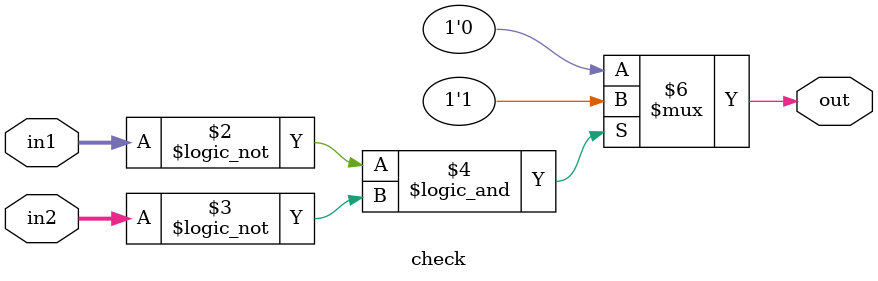
<source format=v>
module check(in1, in2, out);
    input [3:0]in1;
    input [3:0]in2;
    output reg out;
    
    always @*
        if (in1 == 4'b0000 && in2 == 4'b0000) out = 1;
        else out = 0;
    
endmodule
</source>
